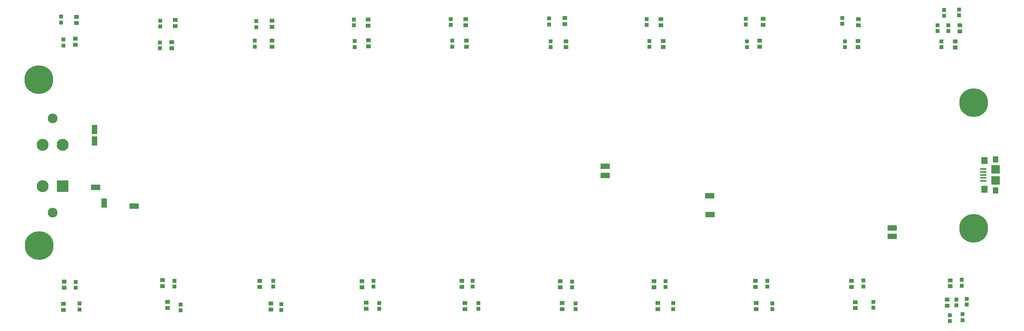
<source format=gbr>
%TF.GenerationSoftware,Altium Limited,Altium Designer,18.1.9 (240)*%
G04 Layer_Color=255*
%FSLAX26Y26*%
%MOIN*%
%TF.FileFunction,Pads,Bot*%
%TF.Part,Single*%
G01*
G75*
%TA.AperFunction,SMDPad,CuDef*%
%ADD18R,0.037402X0.033465*%
%ADD23R,0.039370X0.035433*%
%ADD36R,0.080709X0.045276*%
%TA.AperFunction,ViaPad*%
%ADD37C,0.250000*%
%TA.AperFunction,SMDPad,CuDef*%
%ADD38R,0.045276X0.080709*%
%TA.AperFunction,ComponentPad*%
%ADD39C,0.103937*%
%TA.AperFunction,ViaPad*%
%ADD40R,0.060000X0.060000*%
%TA.AperFunction,ComponentPad*%
%ADD41C,0.085039*%
%ADD42R,0.103937X0.103937*%
%TA.AperFunction,SMDPad,CuDef*%
%ADD45R,0.074803X0.074803*%
%TA.AperFunction,ConnectorPad*%
%ADD46R,0.051181X0.057087*%
%ADD47R,0.055118X0.062992*%
%ADD48R,0.053150X0.015748*%
D18*
X1443000Y4860591D02*
D03*
Y4809409D02*
D03*
X1460000Y4609409D02*
D03*
Y4660591D02*
D03*
X2302000Y4826591D02*
D03*
Y4775409D02*
D03*
X2299000Y4583409D02*
D03*
Y4634591D02*
D03*
X3134000Y4820591D02*
D03*
Y4769409D02*
D03*
X3121000Y4599409D02*
D03*
Y4650591D02*
D03*
X3981000Y4835591D02*
D03*
Y4784409D02*
D03*
X3987000Y4596409D02*
D03*
Y4647591D02*
D03*
X4820000Y4838591D02*
D03*
Y4787409D02*
D03*
X4835000Y4599409D02*
D03*
Y4650591D02*
D03*
X5675000Y4843591D02*
D03*
Y4792409D02*
D03*
X5687000Y4594819D02*
D03*
Y4646000D02*
D03*
X6522000Y4838591D02*
D03*
Y4787409D02*
D03*
X6545000Y4597819D02*
D03*
Y4649000D02*
D03*
X7381000Y4841591D02*
D03*
Y4790409D02*
D03*
X7391000Y4595409D02*
D03*
Y4646591D02*
D03*
X8218000Y4848591D02*
D03*
Y4797409D02*
D03*
X8240000Y4595409D02*
D03*
Y4646591D02*
D03*
X9139000Y4786591D02*
D03*
Y4735409D02*
D03*
X9233000Y4921591D02*
D03*
Y4870409D02*
D03*
X8489000Y2327409D02*
D03*
Y2378590D02*
D03*
X8401000Y2563591D02*
D03*
Y2512410D02*
D03*
X7610000Y2314409D02*
D03*
Y2365590D02*
D03*
X7569000Y2561591D02*
D03*
Y2510410D02*
D03*
X6752000Y2316409D02*
D03*
Y2367590D02*
D03*
X6685000Y2559591D02*
D03*
Y2508410D02*
D03*
X5906000Y2313409D02*
D03*
Y2364590D02*
D03*
X5875000Y2554591D02*
D03*
Y2503410D02*
D03*
X5061000Y2317409D02*
D03*
Y2368590D02*
D03*
X5012000Y2562591D02*
D03*
Y2511410D02*
D03*
X4202000Y2317409D02*
D03*
Y2368590D02*
D03*
X4150000Y2561591D02*
D03*
Y2510410D02*
D03*
X3350000Y2307409D02*
D03*
Y2358590D02*
D03*
X3283000Y2562591D02*
D03*
Y2511410D02*
D03*
X2425000Y2561591D02*
D03*
Y2510410D02*
D03*
X2477000Y2304409D02*
D03*
Y2355590D02*
D03*
X1569000Y2552591D02*
D03*
Y2501410D02*
D03*
X1602000Y2312409D02*
D03*
Y2363590D02*
D03*
X9079000Y4594000D02*
D03*
Y4645181D02*
D03*
X9045000Y4786591D02*
D03*
Y4735409D02*
D03*
X9102000Y4918591D02*
D03*
Y4867409D02*
D03*
X9209000Y2348409D02*
D03*
Y2399590D02*
D03*
X9299000Y2353409D02*
D03*
Y2404590D02*
D03*
X9256000Y2570591D02*
D03*
Y2519410D02*
D03*
X9261000Y2219819D02*
D03*
Y2271000D02*
D03*
X9153000Y2210409D02*
D03*
Y2261590D02*
D03*
D23*
X1574000Y4804425D02*
D03*
Y4857575D02*
D03*
X1566000Y4669575D02*
D03*
Y4616425D02*
D03*
X2431000Y4778425D02*
D03*
Y4831575D02*
D03*
X2403000Y4638575D02*
D03*
Y4585425D02*
D03*
X3270000Y4772425D02*
D03*
Y4825575D02*
D03*
Y4650575D02*
D03*
Y4597425D02*
D03*
X4105000Y4780425D02*
D03*
Y4833575D02*
D03*
X4107000Y4653575D02*
D03*
Y4600425D02*
D03*
X4951000Y4785425D02*
D03*
Y4838575D02*
D03*
X4957000Y4650575D02*
D03*
Y4597425D02*
D03*
X5813000Y4794016D02*
D03*
Y4847165D02*
D03*
X5823000Y4646575D02*
D03*
Y4593425D02*
D03*
X6645000Y4784425D02*
D03*
Y4837575D02*
D03*
X6666000Y4649575D02*
D03*
Y4596425D02*
D03*
X7533000Y4790000D02*
D03*
Y4843150D02*
D03*
X7501000Y4651000D02*
D03*
Y4597850D02*
D03*
X8357000Y4786425D02*
D03*
Y4839575D02*
D03*
X8354000Y4649000D02*
D03*
Y4595850D02*
D03*
X9238000Y4732425D02*
D03*
Y4785575D02*
D03*
X9198000Y4645575D02*
D03*
Y4592425D02*
D03*
X9129000Y2399575D02*
D03*
Y2346425D02*
D03*
X8331000Y2376575D02*
D03*
Y2323425D02*
D03*
X8297000Y2507425D02*
D03*
Y2560575D02*
D03*
X7473000Y2367575D02*
D03*
Y2314425D02*
D03*
X7466000Y2509425D02*
D03*
Y2562575D02*
D03*
X6618000Y2368575D02*
D03*
Y2315425D02*
D03*
X6585000Y2506425D02*
D03*
Y2559575D02*
D03*
X5787000Y2369575D02*
D03*
Y2316425D02*
D03*
X5771000Y2504425D02*
D03*
Y2557575D02*
D03*
X4946000Y2369575D02*
D03*
Y2316425D02*
D03*
X4917000Y2508425D02*
D03*
Y2561575D02*
D03*
X4087000Y2370575D02*
D03*
Y2317425D02*
D03*
X4053000Y2505425D02*
D03*
Y2558575D02*
D03*
X3261000Y2365575D02*
D03*
Y2312425D02*
D03*
X3165000Y2507850D02*
D03*
Y2561000D02*
D03*
X2320000Y2514425D02*
D03*
Y2567575D02*
D03*
X2366000Y2379575D02*
D03*
Y2326425D02*
D03*
X1468000Y2501425D02*
D03*
Y2554575D02*
D03*
X1460000Y2362575D02*
D03*
Y2309425D02*
D03*
X9156000Y2513425D02*
D03*
Y2566575D02*
D03*
D36*
X1740599Y3376000D02*
D03*
X8651000Y2950000D02*
D03*
Y3022000D02*
D03*
X7068000Y3302000D02*
D03*
X7071000Y3139000D02*
D03*
X6161000Y3479000D02*
D03*
Y3560000D02*
D03*
X2076000Y3213000D02*
D03*
D37*
X1248000Y4311000D02*
D03*
X1250000Y2868000D02*
D03*
X9357000Y3017000D02*
D03*
Y4113000D02*
D03*
D38*
X1733000Y3778000D02*
D03*
X1732000Y3879000D02*
D03*
X1815000Y3239000D02*
D03*
D39*
X1280323Y3743449D02*
D03*
X1455520D02*
D03*
X1280323Y3384394D02*
D03*
D40*
X1248000Y4311000D02*
D03*
X1250000Y2868000D02*
D03*
X9357000Y3017000D02*
D03*
Y4113000D02*
D03*
D41*
X1368000Y3153921D02*
D03*
Y3974000D02*
D03*
D42*
X1455520Y3384394D02*
D03*
D45*
X9548000Y3436000D02*
D03*
Y3530488D02*
D03*
D46*
Y3348402D02*
D03*
Y3618087D02*
D03*
D47*
X9451543Y3357260D02*
D03*
Y3609228D02*
D03*
D48*
X9442685Y3432063D02*
D03*
Y3457653D02*
D03*
Y3483244D02*
D03*
Y3508835D02*
D03*
Y3534425D02*
D03*
%TF.MD5,c220b6d35b30a102bb767401b62191cb*%
M02*

</source>
